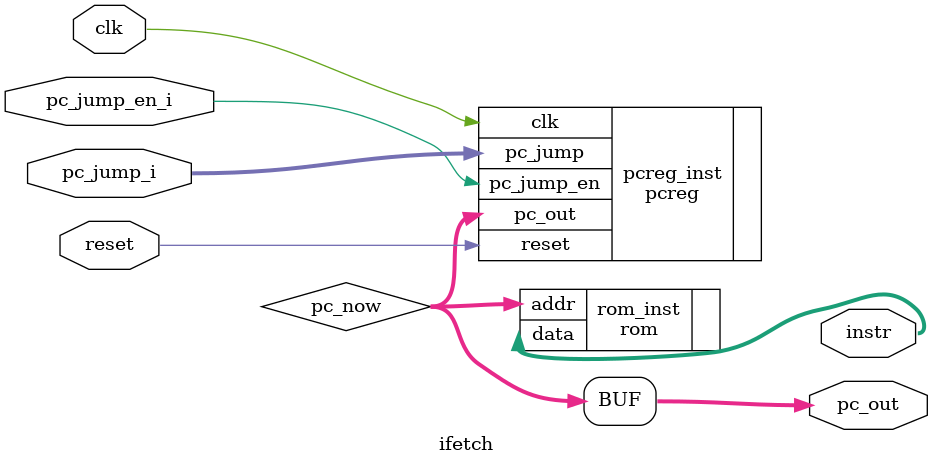
<source format=v>
`include "defines.v"

module ifetch(
    input clk,
    input reset,
    //input  wire [31:0] pc,
    input wire [31:0] pc_jump_i,
    input wire        pc_jump_en_i,
    output wire  [31:0] instr,
    output wire  [31:0] pc_out
);

    wire [31:0] pc_now;
    //wire [31:0] instr;

    assign pc_out = pc_now;

    pcreg pcreg_inst (
        .clk        (   clk         ),
        .reset      (   reset       ),
        .pc_jump    (   pc_jump_i   ),
        .pc_jump_en ( pc_jump_en_i  ),

        .pc_out     (   pc_now      )
    );

    rom rom_inst (
        .addr   (pc_now ),
        .data   (instr  )
    );


endmodule
</source>
